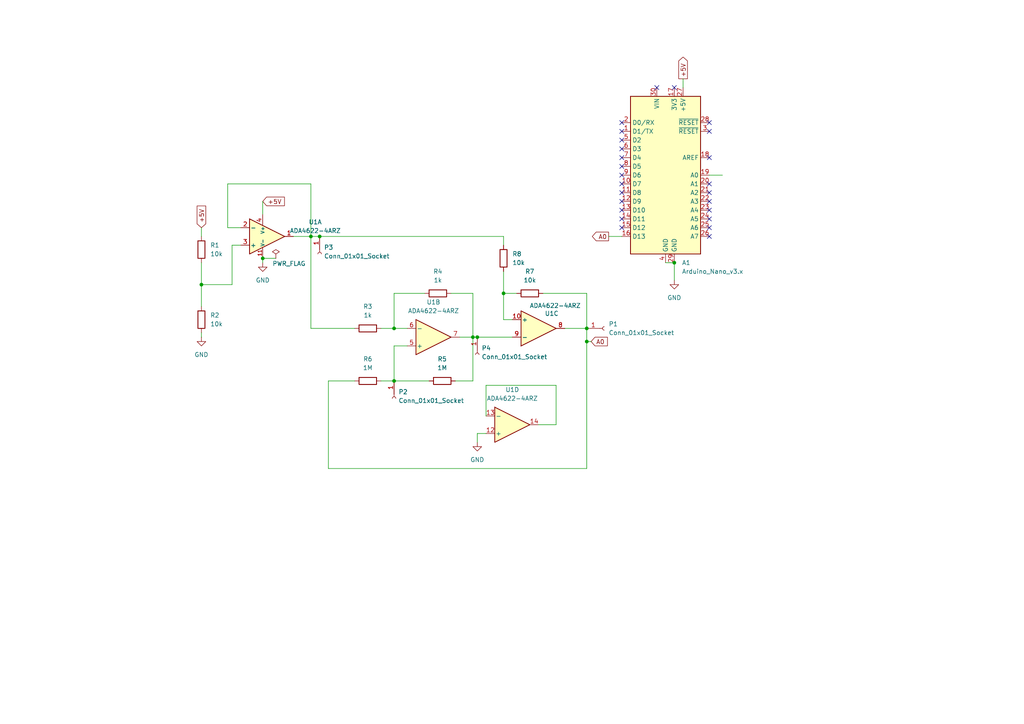
<source format=kicad_sch>
(kicad_sch
	(version 20231120)
	(generator "eeschema")
	(generator_version "8.0")
	(uuid "95090a55-ffba-4ffb-b936-295ef198e5b8")
	(paper "A4")
	(lib_symbols
		(symbol "Connector:Conn_01x01_Socket"
			(pin_names
				(offset 1.016) hide)
			(exclude_from_sim no)
			(in_bom yes)
			(on_board yes)
			(property "Reference" "J"
				(at 0 2.54 0)
				(effects
					(font
						(size 1.27 1.27)
					)
				)
			)
			(property "Value" "Conn_01x01_Socket"
				(at 0 -2.54 0)
				(effects
					(font
						(size 1.27 1.27)
					)
				)
			)
			(property "Footprint" ""
				(at 0 0 0)
				(effects
					(font
						(size 1.27 1.27)
					)
					(hide yes)
				)
			)
			(property "Datasheet" "~"
				(at 0 0 0)
				(effects
					(font
						(size 1.27 1.27)
					)
					(hide yes)
				)
			)
			(property "Description" "Generic connector, single row, 01x01, script generated"
				(at 0 0 0)
				(effects
					(font
						(size 1.27 1.27)
					)
					(hide yes)
				)
			)
			(property "ki_locked" ""
				(at 0 0 0)
				(effects
					(font
						(size 1.27 1.27)
					)
				)
			)
			(property "ki_keywords" "connector"
				(at 0 0 0)
				(effects
					(font
						(size 1.27 1.27)
					)
					(hide yes)
				)
			)
			(property "ki_fp_filters" "Connector*:*_1x??_*"
				(at 0 0 0)
				(effects
					(font
						(size 1.27 1.27)
					)
					(hide yes)
				)
			)
			(symbol "Conn_01x01_Socket_1_1"
				(polyline
					(pts
						(xy -1.27 0) (xy -0.508 0)
					)
					(stroke
						(width 0.1524)
						(type default)
					)
					(fill
						(type none)
					)
				)
				(arc
					(start 0 0.508)
					(mid -0.5058 0)
					(end 0 -0.508)
					(stroke
						(width 0.1524)
						(type default)
					)
					(fill
						(type none)
					)
				)
				(pin passive line
					(at -5.08 0 0)
					(length 3.81)
					(name "Pin_1"
						(effects
							(font
								(size 1.27 1.27)
							)
						)
					)
					(number "1"
						(effects
							(font
								(size 1.27 1.27)
							)
						)
					)
				)
			)
		)
		(symbol "Device:R"
			(pin_numbers hide)
			(pin_names
				(offset 0)
			)
			(exclude_from_sim no)
			(in_bom yes)
			(on_board yes)
			(property "Reference" "R"
				(at 2.032 0 90)
				(effects
					(font
						(size 1.27 1.27)
					)
				)
			)
			(property "Value" "R"
				(at 0 0 90)
				(effects
					(font
						(size 1.27 1.27)
					)
				)
			)
			(property "Footprint" ""
				(at -1.778 0 90)
				(effects
					(font
						(size 1.27 1.27)
					)
					(hide yes)
				)
			)
			(property "Datasheet" "~"
				(at 0 0 0)
				(effects
					(font
						(size 1.27 1.27)
					)
					(hide yes)
				)
			)
			(property "Description" "Resistor"
				(at 0 0 0)
				(effects
					(font
						(size 1.27 1.27)
					)
					(hide yes)
				)
			)
			(property "ki_keywords" "R res resistor"
				(at 0 0 0)
				(effects
					(font
						(size 1.27 1.27)
					)
					(hide yes)
				)
			)
			(property "ki_fp_filters" "R_*"
				(at 0 0 0)
				(effects
					(font
						(size 1.27 1.27)
					)
					(hide yes)
				)
			)
			(symbol "R_0_1"
				(rectangle
					(start -1.016 -2.54)
					(end 1.016 2.54)
					(stroke
						(width 0.254)
						(type default)
					)
					(fill
						(type none)
					)
				)
			)
			(symbol "R_1_1"
				(pin passive line
					(at 0 3.81 270)
					(length 1.27)
					(name "~"
						(effects
							(font
								(size 1.27 1.27)
							)
						)
					)
					(number "1"
						(effects
							(font
								(size 1.27 1.27)
							)
						)
					)
				)
				(pin passive line
					(at 0 -3.81 90)
					(length 1.27)
					(name "~"
						(effects
							(font
								(size 1.27 1.27)
							)
						)
					)
					(number "2"
						(effects
							(font
								(size 1.27 1.27)
							)
						)
					)
				)
			)
		)
		(symbol "MCU_Module:Arduino_Nano_v3.x"
			(exclude_from_sim no)
			(in_bom yes)
			(on_board yes)
			(property "Reference" "A"
				(at -10.16 23.495 0)
				(effects
					(font
						(size 1.27 1.27)
					)
					(justify left bottom)
				)
			)
			(property "Value" "Arduino_Nano_v3.x"
				(at 5.08 -24.13 0)
				(effects
					(font
						(size 1.27 1.27)
					)
					(justify left top)
				)
			)
			(property "Footprint" "Module:Arduino_Nano"
				(at 0 0 0)
				(effects
					(font
						(size 1.27 1.27)
						(italic yes)
					)
					(hide yes)
				)
			)
			(property "Datasheet" "http://www.mouser.com/pdfdocs/Gravitech_Arduino_Nano3_0.pdf"
				(at 0 0 0)
				(effects
					(font
						(size 1.27 1.27)
					)
					(hide yes)
				)
			)
			(property "Description" "Arduino Nano v3.x"
				(at 0 0 0)
				(effects
					(font
						(size 1.27 1.27)
					)
					(hide yes)
				)
			)
			(property "ki_keywords" "Arduino nano microcontroller module USB"
				(at 0 0 0)
				(effects
					(font
						(size 1.27 1.27)
					)
					(hide yes)
				)
			)
			(property "ki_fp_filters" "Arduino*Nano*"
				(at 0 0 0)
				(effects
					(font
						(size 1.27 1.27)
					)
					(hide yes)
				)
			)
			(symbol "Arduino_Nano_v3.x_0_1"
				(rectangle
					(start -10.16 22.86)
					(end 10.16 -22.86)
					(stroke
						(width 0.254)
						(type default)
					)
					(fill
						(type background)
					)
				)
			)
			(symbol "Arduino_Nano_v3.x_1_1"
				(pin bidirectional line
					(at -12.7 12.7 0)
					(length 2.54)
					(name "D1/TX"
						(effects
							(font
								(size 1.27 1.27)
							)
						)
					)
					(number "1"
						(effects
							(font
								(size 1.27 1.27)
							)
						)
					)
				)
				(pin bidirectional line
					(at -12.7 -2.54 0)
					(length 2.54)
					(name "D7"
						(effects
							(font
								(size 1.27 1.27)
							)
						)
					)
					(number "10"
						(effects
							(font
								(size 1.27 1.27)
							)
						)
					)
				)
				(pin bidirectional line
					(at -12.7 -5.08 0)
					(length 2.54)
					(name "D8"
						(effects
							(font
								(size 1.27 1.27)
							)
						)
					)
					(number "11"
						(effects
							(font
								(size 1.27 1.27)
							)
						)
					)
				)
				(pin bidirectional line
					(at -12.7 -7.62 0)
					(length 2.54)
					(name "D9"
						(effects
							(font
								(size 1.27 1.27)
							)
						)
					)
					(number "12"
						(effects
							(font
								(size 1.27 1.27)
							)
						)
					)
				)
				(pin bidirectional line
					(at -12.7 -10.16 0)
					(length 2.54)
					(name "D10"
						(effects
							(font
								(size 1.27 1.27)
							)
						)
					)
					(number "13"
						(effects
							(font
								(size 1.27 1.27)
							)
						)
					)
				)
				(pin bidirectional line
					(at -12.7 -12.7 0)
					(length 2.54)
					(name "D11"
						(effects
							(font
								(size 1.27 1.27)
							)
						)
					)
					(number "14"
						(effects
							(font
								(size 1.27 1.27)
							)
						)
					)
				)
				(pin bidirectional line
					(at -12.7 -15.24 0)
					(length 2.54)
					(name "D12"
						(effects
							(font
								(size 1.27 1.27)
							)
						)
					)
					(number "15"
						(effects
							(font
								(size 1.27 1.27)
							)
						)
					)
				)
				(pin bidirectional line
					(at -12.7 -17.78 0)
					(length 2.54)
					(name "D13"
						(effects
							(font
								(size 1.27 1.27)
							)
						)
					)
					(number "16"
						(effects
							(font
								(size 1.27 1.27)
							)
						)
					)
				)
				(pin power_out line
					(at 2.54 25.4 270)
					(length 2.54)
					(name "3V3"
						(effects
							(font
								(size 1.27 1.27)
							)
						)
					)
					(number "17"
						(effects
							(font
								(size 1.27 1.27)
							)
						)
					)
				)
				(pin input line
					(at 12.7 5.08 180)
					(length 2.54)
					(name "AREF"
						(effects
							(font
								(size 1.27 1.27)
							)
						)
					)
					(number "18"
						(effects
							(font
								(size 1.27 1.27)
							)
						)
					)
				)
				(pin bidirectional line
					(at 12.7 0 180)
					(length 2.54)
					(name "A0"
						(effects
							(font
								(size 1.27 1.27)
							)
						)
					)
					(number "19"
						(effects
							(font
								(size 1.27 1.27)
							)
						)
					)
				)
				(pin bidirectional line
					(at -12.7 15.24 0)
					(length 2.54)
					(name "D0/RX"
						(effects
							(font
								(size 1.27 1.27)
							)
						)
					)
					(number "2"
						(effects
							(font
								(size 1.27 1.27)
							)
						)
					)
				)
				(pin bidirectional line
					(at 12.7 -2.54 180)
					(length 2.54)
					(name "A1"
						(effects
							(font
								(size 1.27 1.27)
							)
						)
					)
					(number "20"
						(effects
							(font
								(size 1.27 1.27)
							)
						)
					)
				)
				(pin bidirectional line
					(at 12.7 -5.08 180)
					(length 2.54)
					(name "A2"
						(effects
							(font
								(size 1.27 1.27)
							)
						)
					)
					(number "21"
						(effects
							(font
								(size 1.27 1.27)
							)
						)
					)
				)
				(pin bidirectional line
					(at 12.7 -7.62 180)
					(length 2.54)
					(name "A3"
						(effects
							(font
								(size 1.27 1.27)
							)
						)
					)
					(number "22"
						(effects
							(font
								(size 1.27 1.27)
							)
						)
					)
				)
				(pin bidirectional line
					(at 12.7 -10.16 180)
					(length 2.54)
					(name "A4"
						(effects
							(font
								(size 1.27 1.27)
							)
						)
					)
					(number "23"
						(effects
							(font
								(size 1.27 1.27)
							)
						)
					)
				)
				(pin bidirectional line
					(at 12.7 -12.7 180)
					(length 2.54)
					(name "A5"
						(effects
							(font
								(size 1.27 1.27)
							)
						)
					)
					(number "24"
						(effects
							(font
								(size 1.27 1.27)
							)
						)
					)
				)
				(pin bidirectional line
					(at 12.7 -15.24 180)
					(length 2.54)
					(name "A6"
						(effects
							(font
								(size 1.27 1.27)
							)
						)
					)
					(number "25"
						(effects
							(font
								(size 1.27 1.27)
							)
						)
					)
				)
				(pin bidirectional line
					(at 12.7 -17.78 180)
					(length 2.54)
					(name "A7"
						(effects
							(font
								(size 1.27 1.27)
							)
						)
					)
					(number "26"
						(effects
							(font
								(size 1.27 1.27)
							)
						)
					)
				)
				(pin power_out line
					(at 5.08 25.4 270)
					(length 2.54)
					(name "+5V"
						(effects
							(font
								(size 1.27 1.27)
							)
						)
					)
					(number "27"
						(effects
							(font
								(size 1.27 1.27)
							)
						)
					)
				)
				(pin input line
					(at 12.7 15.24 180)
					(length 2.54)
					(name "~{RESET}"
						(effects
							(font
								(size 1.27 1.27)
							)
						)
					)
					(number "28"
						(effects
							(font
								(size 1.27 1.27)
							)
						)
					)
				)
				(pin power_in line
					(at 2.54 -25.4 90)
					(length 2.54)
					(name "GND"
						(effects
							(font
								(size 1.27 1.27)
							)
						)
					)
					(number "29"
						(effects
							(font
								(size 1.27 1.27)
							)
						)
					)
				)
				(pin input line
					(at 12.7 12.7 180)
					(length 2.54)
					(name "~{RESET}"
						(effects
							(font
								(size 1.27 1.27)
							)
						)
					)
					(number "3"
						(effects
							(font
								(size 1.27 1.27)
							)
						)
					)
				)
				(pin power_in line
					(at -2.54 25.4 270)
					(length 2.54)
					(name "VIN"
						(effects
							(font
								(size 1.27 1.27)
							)
						)
					)
					(number "30"
						(effects
							(font
								(size 1.27 1.27)
							)
						)
					)
				)
				(pin power_in line
					(at 0 -25.4 90)
					(length 2.54)
					(name "GND"
						(effects
							(font
								(size 1.27 1.27)
							)
						)
					)
					(number "4"
						(effects
							(font
								(size 1.27 1.27)
							)
						)
					)
				)
				(pin bidirectional line
					(at -12.7 10.16 0)
					(length 2.54)
					(name "D2"
						(effects
							(font
								(size 1.27 1.27)
							)
						)
					)
					(number "5"
						(effects
							(font
								(size 1.27 1.27)
							)
						)
					)
				)
				(pin bidirectional line
					(at -12.7 7.62 0)
					(length 2.54)
					(name "D3"
						(effects
							(font
								(size 1.27 1.27)
							)
						)
					)
					(number "6"
						(effects
							(font
								(size 1.27 1.27)
							)
						)
					)
				)
				(pin bidirectional line
					(at -12.7 5.08 0)
					(length 2.54)
					(name "D4"
						(effects
							(font
								(size 1.27 1.27)
							)
						)
					)
					(number "7"
						(effects
							(font
								(size 1.27 1.27)
							)
						)
					)
				)
				(pin bidirectional line
					(at -12.7 2.54 0)
					(length 2.54)
					(name "D5"
						(effects
							(font
								(size 1.27 1.27)
							)
						)
					)
					(number "8"
						(effects
							(font
								(size 1.27 1.27)
							)
						)
					)
				)
				(pin bidirectional line
					(at -12.7 0 0)
					(length 2.54)
					(name "D6"
						(effects
							(font
								(size 1.27 1.27)
							)
						)
					)
					(number "9"
						(effects
							(font
								(size 1.27 1.27)
							)
						)
					)
				)
			)
		)
		(symbol "PCM_Amplifier_Operational_AKL:ADA4622-4ARZ"
			(pin_names
				(offset 0.2)
			)
			(exclude_from_sim no)
			(in_bom yes)
			(on_board yes)
			(property "Reference" "U"
				(at 1.27 7.62 0)
				(effects
					(font
						(size 1.27 1.27)
					)
					(justify left)
				)
			)
			(property "Value" "ADA4622-4ARZ"
				(at 1.27 5.08 0)
				(effects
					(font
						(size 1.27 1.27)
					)
					(justify left)
				)
			)
			(property "Footprint" "Package_SO_AKL:SOIC-14_3.9x8.7mm_P1.27mm"
				(at 0 0 0)
				(effects
					(font
						(size 1.27 1.27)
					)
					(hide yes)
				)
			)
			(property "Datasheet" "https://www.tme.eu/Document/d36d8d41df5dfd041dfe750941d70940/ADA4622-1-2-4.pdf"
				(at 0 0 0)
				(effects
					(font
						(size 1.27 1.27)
					)
					(hide yes)
				)
			)
			(property "Description" "SO-14 Quad Precision Rail-to-Rail Operational Amplifier, 800μV Offset, 15μV/°C Drift, 8MHz GBW, Alternate KiCAD Library"
				(at 0 0 0)
				(effects
					(font
						(size 1.27 1.27)
					)
					(hide yes)
				)
			)
			(property "ki_locked" ""
				(at 0 0 0)
				(effects
					(font
						(size 1.27 1.27)
					)
				)
			)
			(property "ki_keywords" "quad opamp operational amplifier auto zero chopper rail-to-rail ADA4622-4"
				(at 0 0 0)
				(effects
					(font
						(size 1.27 1.27)
					)
					(hide yes)
				)
			)
			(symbol "ADA4622-4ARZ_0_1"
				(polyline
					(pts
						(xy -3.81 5.08) (xy -3.81 -5.08) (xy 6.35 0) (xy -3.81 5.08)
					)
					(stroke
						(width 0.254)
						(type default)
					)
					(fill
						(type background)
					)
				)
			)
			(symbol "ADA4622-4ARZ_1_1"
				(pin output line
					(at 8.89 0 180)
					(length 2.54)
					(name "~"
						(effects
							(font
								(size 1.27 1.27)
							)
						)
					)
					(number "1"
						(effects
							(font
								(size 1.27 1.27)
							)
						)
					)
				)
				(pin power_in line
					(at 0 -6.35 90)
					(length 3.18)
					(name "V-"
						(effects
							(font
								(size 1 1)
							)
						)
					)
					(number "11"
						(effects
							(font
								(size 1 1)
							)
						)
					)
				)
				(pin input line
					(at -6.35 2.54 0)
					(length 2.54)
					(name "-"
						(effects
							(font
								(size 1.27 1.27)
							)
						)
					)
					(number "2"
						(effects
							(font
								(size 1.27 1.27)
							)
						)
					)
				)
				(pin input line
					(at -6.35 -2.54 0)
					(length 2.54)
					(name "+"
						(effects
							(font
								(size 1.27 1.27)
							)
						)
					)
					(number "3"
						(effects
							(font
								(size 1.27 1.27)
							)
						)
					)
				)
				(pin power_in line
					(at 0 6.35 270)
					(length 3.18)
					(name "V+"
						(effects
							(font
								(size 1 1)
							)
						)
					)
					(number "4"
						(effects
							(font
								(size 1.27 1.27)
							)
						)
					)
				)
			)
			(symbol "ADA4622-4ARZ_2_1"
				(pin input line
					(at -6.35 -2.54 0)
					(length 2.54)
					(name "+"
						(effects
							(font
								(size 1.27 1.27)
							)
						)
					)
					(number "5"
						(effects
							(font
								(size 1.27 1.27)
							)
						)
					)
				)
				(pin input line
					(at -6.35 2.54 0)
					(length 2.54)
					(name "-"
						(effects
							(font
								(size 1.27 1.27)
							)
						)
					)
					(number "6"
						(effects
							(font
								(size 1.27 1.27)
							)
						)
					)
				)
				(pin output line
					(at 8.89 0 180)
					(length 2.54)
					(name "~"
						(effects
							(font
								(size 1.27 1.27)
							)
						)
					)
					(number "7"
						(effects
							(font
								(size 1.27 1.27)
							)
						)
					)
				)
			)
			(symbol "ADA4622-4ARZ_3_1"
				(pin input line
					(at -6.35 -2.54 0)
					(length 2.54)
					(name "+"
						(effects
							(font
								(size 1.27 1.27)
							)
						)
					)
					(number "10"
						(effects
							(font
								(size 1.27 1.27)
							)
						)
					)
				)
				(pin output line
					(at 8.89 0 180)
					(length 2.54)
					(name "~"
						(effects
							(font
								(size 1.27 1.27)
							)
						)
					)
					(number "8"
						(effects
							(font
								(size 1.27 1.27)
							)
						)
					)
				)
				(pin input line
					(at -6.35 2.54 0)
					(length 2.54)
					(name "-"
						(effects
							(font
								(size 1.27 1.27)
							)
						)
					)
					(number "9"
						(effects
							(font
								(size 1.27 1.27)
							)
						)
					)
				)
			)
			(symbol "ADA4622-4ARZ_4_1"
				(pin input line
					(at -6.35 -2.54 0)
					(length 2.54)
					(name "+"
						(effects
							(font
								(size 1.27 1.27)
							)
						)
					)
					(number "12"
						(effects
							(font
								(size 1.27 1.27)
							)
						)
					)
				)
				(pin input line
					(at -6.35 2.54 0)
					(length 2.54)
					(name "-"
						(effects
							(font
								(size 1.27 1.27)
							)
						)
					)
					(number "13"
						(effects
							(font
								(size 1.27 1.27)
							)
						)
					)
				)
				(pin output line
					(at 8.89 0 180)
					(length 2.54)
					(name "~"
						(effects
							(font
								(size 1.27 1.27)
							)
						)
					)
					(number "14"
						(effects
							(font
								(size 1.27 1.27)
							)
						)
					)
				)
			)
		)
		(symbol "power:GND"
			(power)
			(pin_numbers hide)
			(pin_names
				(offset 0) hide)
			(exclude_from_sim no)
			(in_bom yes)
			(on_board yes)
			(property "Reference" "#PWR"
				(at 0 -6.35 0)
				(effects
					(font
						(size 1.27 1.27)
					)
					(hide yes)
				)
			)
			(property "Value" "GND"
				(at 0 -3.81 0)
				(effects
					(font
						(size 1.27 1.27)
					)
				)
			)
			(property "Footprint" ""
				(at 0 0 0)
				(effects
					(font
						(size 1.27 1.27)
					)
					(hide yes)
				)
			)
			(property "Datasheet" ""
				(at 0 0 0)
				(effects
					(font
						(size 1.27 1.27)
					)
					(hide yes)
				)
			)
			(property "Description" "Power symbol creates a global label with name \"GND\" , ground"
				(at 0 0 0)
				(effects
					(font
						(size 1.27 1.27)
					)
					(hide yes)
				)
			)
			(property "ki_keywords" "global power"
				(at 0 0 0)
				(effects
					(font
						(size 1.27 1.27)
					)
					(hide yes)
				)
			)
			(symbol "GND_0_1"
				(polyline
					(pts
						(xy 0 0) (xy 0 -1.27) (xy 1.27 -1.27) (xy 0 -2.54) (xy -1.27 -1.27) (xy 0 -1.27)
					)
					(stroke
						(width 0)
						(type default)
					)
					(fill
						(type none)
					)
				)
			)
			(symbol "GND_1_1"
				(pin power_in line
					(at 0 0 270)
					(length 0)
					(name "~"
						(effects
							(font
								(size 1.27 1.27)
							)
						)
					)
					(number "1"
						(effects
							(font
								(size 1.27 1.27)
							)
						)
					)
				)
			)
		)
		(symbol "power:PWR_FLAG"
			(power)
			(pin_numbers hide)
			(pin_names
				(offset 0) hide)
			(exclude_from_sim no)
			(in_bom yes)
			(on_board yes)
			(property "Reference" "#FLG"
				(at 0 1.905 0)
				(effects
					(font
						(size 1.27 1.27)
					)
					(hide yes)
				)
			)
			(property "Value" "PWR_FLAG"
				(at 0 3.81 0)
				(effects
					(font
						(size 1.27 1.27)
					)
				)
			)
			(property "Footprint" ""
				(at 0 0 0)
				(effects
					(font
						(size 1.27 1.27)
					)
					(hide yes)
				)
			)
			(property "Datasheet" "~"
				(at 0 0 0)
				(effects
					(font
						(size 1.27 1.27)
					)
					(hide yes)
				)
			)
			(property "Description" "Special symbol for telling ERC where power comes from"
				(at 0 0 0)
				(effects
					(font
						(size 1.27 1.27)
					)
					(hide yes)
				)
			)
			(property "ki_keywords" "flag power"
				(at 0 0 0)
				(effects
					(font
						(size 1.27 1.27)
					)
					(hide yes)
				)
			)
			(symbol "PWR_FLAG_0_0"
				(pin power_out line
					(at 0 0 90)
					(length 0)
					(name "~"
						(effects
							(font
								(size 1.27 1.27)
							)
						)
					)
					(number "1"
						(effects
							(font
								(size 1.27 1.27)
							)
						)
					)
				)
			)
			(symbol "PWR_FLAG_0_1"
				(polyline
					(pts
						(xy 0 0) (xy 0 1.27) (xy -1.016 1.905) (xy 0 2.54) (xy 1.016 1.905) (xy 0 1.27)
					)
					(stroke
						(width 0)
						(type default)
					)
					(fill
						(type none)
					)
				)
			)
		)
	)
	(junction
		(at 138.43 97.79)
		(diameter 0)
		(color 0 0 0 0)
		(uuid "07b25d9d-e096-4acd-a1c5-7232bf0a8d7b")
	)
	(junction
		(at 114.3 110.49)
		(diameter 0)
		(color 0 0 0 0)
		(uuid "1b05a80b-d125-40d3-b1a8-c300c12ed0c1")
	)
	(junction
		(at 58.42 82.55)
		(diameter 0)
		(color 0 0 0 0)
		(uuid "1caa94c7-eafd-4e18-a21a-6b5a5504eed4")
	)
	(junction
		(at 195.58 76.2)
		(diameter 0)
		(color 0 0 0 0)
		(uuid "36f370bf-d8cc-4125-9973-95d79f7a2f95")
	)
	(junction
		(at 76.2 74.93)
		(diameter 0)
		(color 0 0 0 0)
		(uuid "5ccc37a1-3ad3-4425-9122-d08d68aee703")
	)
	(junction
		(at 137.16 97.79)
		(diameter 0)
		(color 0 0 0 0)
		(uuid "61654549-cb86-42c5-8bfb-e424599c1530")
	)
	(junction
		(at 170.18 99.06)
		(diameter 0)
		(color 0 0 0 0)
		(uuid "7453071b-ad8a-43f9-9739-bceb473f014a")
	)
	(junction
		(at 92.71 68.58)
		(diameter 0)
		(color 0 0 0 0)
		(uuid "762bd9bf-d0db-4f43-a3ae-193713841621")
	)
	(junction
		(at 114.3 95.25)
		(diameter 0)
		(color 0 0 0 0)
		(uuid "77a0064b-720d-4e53-bed7-b82acd9b3513")
	)
	(junction
		(at 170.18 95.25)
		(diameter 0)
		(color 0 0 0 0)
		(uuid "a11a6750-f506-44e7-bf23-bd8d7d392ff3")
	)
	(junction
		(at 90.17 68.58)
		(diameter 0)
		(color 0 0 0 0)
		(uuid "e1634528-0954-4ad9-96ae-953aee29080b")
	)
	(junction
		(at 146.05 85.09)
		(diameter 0)
		(color 0 0 0 0)
		(uuid "e6db5349-f43a-4bd3-aa78-e83996d81d11")
	)
	(no_connect
		(at 180.34 38.1)
		(uuid "130fcac6-4d21-4f73-af97-95652febfab1")
	)
	(no_connect
		(at 205.74 55.88)
		(uuid "1336b176-e3ca-4579-90d6-a27bb0bae517")
	)
	(no_connect
		(at 205.74 66.04)
		(uuid "18f7836d-d49e-4981-bec5-78f99dc4e955")
	)
	(no_connect
		(at 195.58 25.4)
		(uuid "1d69430f-4733-4f8e-b0f5-c7fdb8e50ba8")
	)
	(no_connect
		(at 180.34 55.88)
		(uuid "2440b998-0b68-46e2-8340-847151b09371")
	)
	(no_connect
		(at 180.34 48.26)
		(uuid "262b8c67-9fd7-4233-92ad-d682fd8c345d")
	)
	(no_connect
		(at 180.34 35.56)
		(uuid "26786f8f-d32e-4c5f-b9b2-ac05786b25be")
	)
	(no_connect
		(at 205.74 58.42)
		(uuid "3d54611f-7e0a-4e23-8ede-254a113f93e6")
	)
	(no_connect
		(at 180.34 66.04)
		(uuid "513020d8-cca0-4f77-9e45-1f5720b08138")
	)
	(no_connect
		(at 180.34 40.64)
		(uuid "59763e57-0971-4432-9766-a11fbdc2e4bf")
	)
	(no_connect
		(at 205.74 38.1)
		(uuid "5fd1dec1-7401-4c07-9e7d-3dcef65aea8f")
	)
	(no_connect
		(at 205.74 53.34)
		(uuid "6407666e-6f71-45d8-a5f1-9b8790beefe1")
	)
	(no_connect
		(at 180.34 43.18)
		(uuid "6457b3b1-0806-4a0e-b6b8-7cf9ad1069a2")
	)
	(no_connect
		(at 205.74 63.5)
		(uuid "80c659fa-bbdf-4b25-9ea9-def842193952")
	)
	(no_connect
		(at 180.34 53.34)
		(uuid "92e886cd-3d3f-4ec6-aec7-d7611b59600d")
	)
	(no_connect
		(at 205.74 45.72)
		(uuid "966c1dc0-1505-4722-803e-f225c56c7d72")
	)
	(no_connect
		(at 180.34 50.8)
		(uuid "98664bd1-c3ce-4aa6-a3c5-d27a575c8547")
	)
	(no_connect
		(at 180.34 58.42)
		(uuid "a366f623-54b0-49d3-908f-314c47fb17dc")
	)
	(no_connect
		(at 205.74 68.58)
		(uuid "a4aa3f2a-ed23-44c2-adf8-67dc53b3481c")
	)
	(no_connect
		(at 180.34 63.5)
		(uuid "b7767722-de3a-4679-9440-37527418a81b")
	)
	(no_connect
		(at 180.34 60.96)
		(uuid "c5dd459a-e281-487c-8e1d-21e89511b1e6")
	)
	(no_connect
		(at 180.34 45.72)
		(uuid "cde8ff97-077b-4c4e-a0c9-5f79540ea63f")
	)
	(no_connect
		(at 205.74 35.56)
		(uuid "d5b019de-9e0d-47d4-8eb2-5ecfa045fa61")
	)
	(no_connect
		(at 205.74 60.96)
		(uuid "e4017f51-11b9-4bdb-8bff-0e5892416284")
	)
	(no_connect
		(at 190.5 25.4)
		(uuid "e700c61e-dd5f-4207-b122-09dc997818b6")
	)
	(wire
		(pts
			(xy 92.71 68.58) (xy 90.17 68.58)
		)
		(stroke
			(width 0)
			(type default)
		)
		(uuid "037bde6f-f4a0-4e54-b675-62d9d242d86c")
	)
	(wire
		(pts
			(xy 58.42 97.79) (xy 58.42 96.52)
		)
		(stroke
			(width 0)
			(type default)
		)
		(uuid "088bc545-b637-4a30-8291-bbcd7bae83a4")
	)
	(wire
		(pts
			(xy 138.43 125.73) (xy 140.97 125.73)
		)
		(stroke
			(width 0)
			(type default)
		)
		(uuid "09827c87-ab57-4150-bb71-dc51ab4aa23c")
	)
	(wire
		(pts
			(xy 58.42 82.55) (xy 58.42 88.9)
		)
		(stroke
			(width 0)
			(type default)
		)
		(uuid "11235555-cca9-426b-8014-ba98acc1d7bf")
	)
	(wire
		(pts
			(xy 161.29 123.19) (xy 161.29 111.76)
		)
		(stroke
			(width 0)
			(type default)
		)
		(uuid "1203ab09-dfa3-4287-bcf3-4457d2da9740")
	)
	(wire
		(pts
			(xy 95.25 110.49) (xy 95.25 135.89)
		)
		(stroke
			(width 0)
			(type default)
		)
		(uuid "12363e45-c9de-4b4c-a996-46409a7a0075")
	)
	(wire
		(pts
			(xy 114.3 85.09) (xy 123.19 85.09)
		)
		(stroke
			(width 0)
			(type default)
		)
		(uuid "1297191e-6ff3-4b08-8e3c-e27da96d499e")
	)
	(wire
		(pts
			(xy 146.05 85.09) (xy 149.86 85.09)
		)
		(stroke
			(width 0)
			(type default)
		)
		(uuid "1b49258f-ecca-4051-8e75-af472b3389d5")
	)
	(wire
		(pts
			(xy 140.97 111.76) (xy 140.97 120.65)
		)
		(stroke
			(width 0)
			(type default)
		)
		(uuid "1ca92801-c33a-4c56-9714-90161071c0b3")
	)
	(wire
		(pts
			(xy 148.59 92.71) (xy 146.05 92.71)
		)
		(stroke
			(width 0)
			(type default)
		)
		(uuid "1df8679c-e957-4ec8-b7f5-9a43d2f52ab6")
	)
	(wire
		(pts
			(xy 146.05 78.74) (xy 146.05 85.09)
		)
		(stroke
			(width 0)
			(type default)
		)
		(uuid "22c52269-7b55-4856-8d50-8d172767f9ad")
	)
	(wire
		(pts
			(xy 58.42 66.04) (xy 58.42 68.58)
		)
		(stroke
			(width 0)
			(type default)
		)
		(uuid "25c6428d-bf42-4a5e-b533-ba2abd91f164")
	)
	(wire
		(pts
			(xy 110.49 95.25) (xy 114.3 95.25)
		)
		(stroke
			(width 0)
			(type default)
		)
		(uuid "2782a88e-ddb3-473f-95a8-9065d2f833dc")
	)
	(wire
		(pts
			(xy 198.12 22.86) (xy 198.12 25.4)
		)
		(stroke
			(width 0)
			(type default)
		)
		(uuid "2a3ed8c4-16f4-4616-ac18-e478f7e7cdfe")
	)
	(wire
		(pts
			(xy 90.17 68.58) (xy 90.17 53.34)
		)
		(stroke
			(width 0)
			(type default)
		)
		(uuid "2e6d233a-2a04-44a0-b73d-dbf5dbd2fb0f")
	)
	(wire
		(pts
			(xy 76.2 58.42) (xy 76.2 62.23)
		)
		(stroke
			(width 0)
			(type default)
		)
		(uuid "2e95e788-63a0-47c7-baf8-a8fbe35217b0")
	)
	(wire
		(pts
			(xy 161.29 111.76) (xy 140.97 111.76)
		)
		(stroke
			(width 0)
			(type default)
		)
		(uuid "31f00eea-6443-495f-aad8-6cbab0574811")
	)
	(wire
		(pts
			(xy 133.35 97.79) (xy 137.16 97.79)
		)
		(stroke
			(width 0)
			(type default)
		)
		(uuid "3ee1db53-c3dc-471e-bf0f-91c80ab9ac52")
	)
	(wire
		(pts
			(xy 95.25 135.89) (xy 170.18 135.89)
		)
		(stroke
			(width 0)
			(type default)
		)
		(uuid "40192bd4-61ff-4e5d-925d-00ffc212bebc")
	)
	(wire
		(pts
			(xy 138.43 128.27) (xy 138.43 125.73)
		)
		(stroke
			(width 0)
			(type default)
		)
		(uuid "44291079-1c2e-4f8a-9836-ad0754bec44a")
	)
	(wire
		(pts
			(xy 132.08 110.49) (xy 137.16 110.49)
		)
		(stroke
			(width 0)
			(type default)
		)
		(uuid "5406ba01-9995-40fb-a1b7-51935ccc62b8")
	)
	(wire
		(pts
			(xy 102.87 95.25) (xy 90.17 95.25)
		)
		(stroke
			(width 0)
			(type default)
		)
		(uuid "5d253f01-808c-4f2c-b175-5eff556ddac5")
	)
	(wire
		(pts
			(xy 66.04 53.34) (xy 66.04 66.04)
		)
		(stroke
			(width 0)
			(type default)
		)
		(uuid "60693eaf-696b-438a-9760-f4d5f1e2f198")
	)
	(wire
		(pts
			(xy 76.2 74.93) (xy 80.01 74.93)
		)
		(stroke
			(width 0)
			(type default)
		)
		(uuid "6078af79-ec95-43ec-855e-25634a0d8515")
	)
	(wire
		(pts
			(xy 137.16 97.79) (xy 138.43 97.79)
		)
		(stroke
			(width 0)
			(type default)
		)
		(uuid "6d385396-350f-4e30-86ed-9d3d561f3935")
	)
	(wire
		(pts
			(xy 170.18 95.25) (xy 170.18 85.09)
		)
		(stroke
			(width 0)
			(type default)
		)
		(uuid "7221a0cb-f897-4bb4-9b17-bec0f01deadd")
	)
	(wire
		(pts
			(xy 76.2 76.2) (xy 76.2 74.93)
		)
		(stroke
			(width 0)
			(type default)
		)
		(uuid "78a20386-6150-4013-8aa8-b886c38cc9e4")
	)
	(wire
		(pts
			(xy 195.58 81.28) (xy 195.58 76.2)
		)
		(stroke
			(width 0)
			(type default)
		)
		(uuid "7efd57fb-42fa-4ac6-bdfe-f7a99cb992b6")
	)
	(wire
		(pts
			(xy 66.04 66.04) (xy 69.85 66.04)
		)
		(stroke
			(width 0)
			(type default)
		)
		(uuid "834882c2-3c61-4a94-adf9-c901a24becd0")
	)
	(wire
		(pts
			(xy 146.05 71.12) (xy 146.05 68.58)
		)
		(stroke
			(width 0)
			(type default)
		)
		(uuid "84d49cea-3200-44f2-8f80-44d8c8addd73")
	)
	(wire
		(pts
			(xy 69.85 71.12) (xy 67.31 71.12)
		)
		(stroke
			(width 0)
			(type default)
		)
		(uuid "87f31940-d13b-44fc-8273-2168a7f6c4a9")
	)
	(wire
		(pts
			(xy 124.46 110.49) (xy 114.3 110.49)
		)
		(stroke
			(width 0)
			(type default)
		)
		(uuid "8cfe1f1f-1de6-4b92-ba78-689c2f2fa4e6")
	)
	(wire
		(pts
			(xy 137.16 85.09) (xy 137.16 97.79)
		)
		(stroke
			(width 0)
			(type default)
		)
		(uuid "92c9f75f-ce16-41e3-99e2-e8d900af3428")
	)
	(wire
		(pts
			(xy 171.45 99.06) (xy 170.18 99.06)
		)
		(stroke
			(width 0)
			(type default)
		)
		(uuid "93b4f88f-480c-40e0-a11a-1ec7510f205a")
	)
	(wire
		(pts
			(xy 90.17 95.25) (xy 90.17 68.58)
		)
		(stroke
			(width 0)
			(type default)
		)
		(uuid "97faa3a0-e2e3-49ef-a923-f415207be4d0")
	)
	(wire
		(pts
			(xy 170.18 135.89) (xy 170.18 99.06)
		)
		(stroke
			(width 0)
			(type default)
		)
		(uuid "9fe27c0c-bcfa-4abb-86e4-9efc24cb0a42")
	)
	(wire
		(pts
			(xy 114.3 95.25) (xy 114.3 85.09)
		)
		(stroke
			(width 0)
			(type default)
		)
		(uuid "a9387913-2e60-4e22-84c5-aa882e62ddff")
	)
	(wire
		(pts
			(xy 170.18 85.09) (xy 157.48 85.09)
		)
		(stroke
			(width 0)
			(type default)
		)
		(uuid "a9562e16-7dc4-4710-810f-5bdc634e9cad")
	)
	(wire
		(pts
			(xy 102.87 110.49) (xy 95.25 110.49)
		)
		(stroke
			(width 0)
			(type default)
		)
		(uuid "ac531841-89a8-47ed-a181-eff9abb648ba")
	)
	(wire
		(pts
			(xy 137.16 110.49) (xy 137.16 97.79)
		)
		(stroke
			(width 0)
			(type default)
		)
		(uuid "b3162850-bdf8-45e8-809d-323db8267b35")
	)
	(wire
		(pts
			(xy 58.42 82.55) (xy 67.31 82.55)
		)
		(stroke
			(width 0)
			(type default)
		)
		(uuid "b41d1f2d-5453-46a0-8c75-fb4e7d2caa10")
	)
	(wire
		(pts
			(xy 90.17 53.34) (xy 66.04 53.34)
		)
		(stroke
			(width 0)
			(type default)
		)
		(uuid "b4fd98a6-5701-4543-84eb-7c772c9a75a4")
	)
	(wire
		(pts
			(xy 193.04 76.2) (xy 195.58 76.2)
		)
		(stroke
			(width 0)
			(type default)
		)
		(uuid "b644a07b-3e8c-4861-9810-c31a5ba5dae8")
	)
	(wire
		(pts
			(xy 114.3 110.49) (xy 114.3 100.33)
		)
		(stroke
			(width 0)
			(type default)
		)
		(uuid "ba5ec50a-677a-4788-ba6c-c42a140298ef")
	)
	(wire
		(pts
			(xy 209.55 50.8) (xy 205.74 50.8)
		)
		(stroke
			(width 0)
			(type default)
		)
		(uuid "bfaa0683-e458-45a4-9973-cb0542d1ff8a")
	)
	(wire
		(pts
			(xy 130.81 85.09) (xy 137.16 85.09)
		)
		(stroke
			(width 0)
			(type default)
		)
		(uuid "c45c09ef-9367-4c7d-828b-19021685bc7b")
	)
	(wire
		(pts
			(xy 176.53 68.58) (xy 180.34 68.58)
		)
		(stroke
			(width 0)
			(type default)
		)
		(uuid "c56d5f1e-e889-41fb-b732-881bcc375a43")
	)
	(wire
		(pts
			(xy 118.11 95.25) (xy 114.3 95.25)
		)
		(stroke
			(width 0)
			(type default)
		)
		(uuid "d52104b7-9407-4add-acbc-1987eb3215af")
	)
	(wire
		(pts
			(xy 114.3 100.33) (xy 118.11 100.33)
		)
		(stroke
			(width 0)
			(type default)
		)
		(uuid "d661be35-6cc6-4efe-b286-bc976af14644")
	)
	(wire
		(pts
			(xy 156.21 123.19) (xy 161.29 123.19)
		)
		(stroke
			(width 0)
			(type default)
		)
		(uuid "d7a1a23c-96ae-49e3-aa59-340593a7bec1")
	)
	(wire
		(pts
			(xy 110.49 110.49) (xy 114.3 110.49)
		)
		(stroke
			(width 0)
			(type default)
		)
		(uuid "df2598a8-4d7b-4789-be1e-891ef4999a7e")
	)
	(wire
		(pts
			(xy 138.43 97.79) (xy 148.59 97.79)
		)
		(stroke
			(width 0)
			(type default)
		)
		(uuid "dff958fc-6b45-4ee9-95c2-43dafce09078")
	)
	(wire
		(pts
			(xy 146.05 92.71) (xy 146.05 85.09)
		)
		(stroke
			(width 0)
			(type default)
		)
		(uuid "e315c24a-db41-43bf-9cfc-048cfe2042b5")
	)
	(wire
		(pts
			(xy 67.31 71.12) (xy 67.31 82.55)
		)
		(stroke
			(width 0)
			(type default)
		)
		(uuid "e8fa9771-fa45-48f5-a061-cf39b1e965a6")
	)
	(wire
		(pts
			(xy 58.42 76.2) (xy 58.42 82.55)
		)
		(stroke
			(width 0)
			(type default)
		)
		(uuid "e9990762-5ad6-4ef4-af47-5e251065277f")
	)
	(wire
		(pts
			(xy 170.18 99.06) (xy 170.18 95.25)
		)
		(stroke
			(width 0)
			(type default)
		)
		(uuid "f01dfa7b-98e2-428b-802a-dd7c65aa30ca")
	)
	(wire
		(pts
			(xy 163.83 95.25) (xy 170.18 95.25)
		)
		(stroke
			(width 0)
			(type default)
		)
		(uuid "f7c0ea24-7a0b-4f0f-8384-3c54241bf53b")
	)
	(wire
		(pts
			(xy 85.09 68.58) (xy 90.17 68.58)
		)
		(stroke
			(width 0)
			(type default)
		)
		(uuid "fafe7fe1-20ed-4dc6-ad02-25f0298b0acb")
	)
	(wire
		(pts
			(xy 146.05 68.58) (xy 92.71 68.58)
		)
		(stroke
			(width 0)
			(type default)
		)
		(uuid "ffe9f209-408d-4859-bcec-e60e53199cc7")
	)
	(global_label "A0"
		(shape input)
		(at 171.45 99.06 0)
		(fields_autoplaced yes)
		(effects
			(font
				(size 1.27 1.27)
			)
			(justify left)
		)
		(uuid "3c8bd1a1-4558-4bff-bf75-12ba5a02606d")
		(property "Intersheetrefs" "${INTERSHEET_REFS}"
			(at 176.7333 99.06 0)
			(effects
				(font
					(size 1.27 1.27)
				)
				(justify left)
				(hide yes)
			)
		)
	)
	(global_label "+5V"
		(shape input)
		(at 76.2 58.42 0)
		(fields_autoplaced yes)
		(effects
			(font
				(size 1.27 1.27)
			)
			(justify left)
		)
		(uuid "3d27cf35-57d0-45f3-9879-22dcb9b2b1cc")
		(property "Intersheetrefs" "${INTERSHEET_REFS}"
			(at 83.0557 58.42 0)
			(effects
				(font
					(size 1.27 1.27)
				)
				(justify left)
				(hide yes)
			)
		)
	)
	(global_label "+5V"
		(shape input)
		(at 58.42 66.04 90)
		(fields_autoplaced yes)
		(effects
			(font
				(size 1.27 1.27)
			)
			(justify left)
		)
		(uuid "4b9b239b-3c10-4c42-95ed-b5d8c4991e2d")
		(property "Intersheetrefs" "${INTERSHEET_REFS}"
			(at 58.42 59.1843 90)
			(effects
				(font
					(size 1.27 1.27)
				)
				(justify left)
				(hide yes)
			)
		)
	)
	(global_label "A0"
		(shape output)
		(at 176.53 68.58 180)
		(fields_autoplaced yes)
		(effects
			(font
				(size 1.27 1.27)
			)
			(justify right)
		)
		(uuid "857f368b-6bfd-4f0b-b5cc-22b9b2389a3c")
		(property "Intersheetrefs" "${INTERSHEET_REFS}"
			(at 171.2467 68.58 0)
			(effects
				(font
					(size 1.27 1.27)
				)
				(justify right)
				(hide yes)
			)
		)
	)
	(global_label "+5V"
		(shape output)
		(at 198.12 22.86 90)
		(fields_autoplaced yes)
		(effects
			(font
				(size 1.27 1.27)
			)
			(justify left)
		)
		(uuid "992a5078-cf6a-43d0-8544-0de5d8f85f88")
		(property "Intersheetrefs" "${INTERSHEET_REFS}"
			(at 198.12 16.0043 90)
			(effects
				(font
					(size 1.27 1.27)
				)
				(justify left)
				(hide yes)
			)
		)
	)
	(symbol
		(lib_id "PCM_Amplifier_Operational_AKL:ADA4622-4ARZ")
		(at 147.32 123.19 0)
		(unit 4)
		(exclude_from_sim no)
		(in_bom yes)
		(on_board yes)
		(dnp no)
		(fields_autoplaced yes)
		(uuid "0ae3cc4b-499c-44a8-aa33-6c9c87480e3d")
		(property "Reference" "U1"
			(at 148.59 113.03 0)
			(effects
				(font
					(size 1.27 1.27)
				)
			)
		)
		(property "Value" "ADA4622-4ARZ"
			(at 148.59 115.57 0)
			(effects
				(font
					(size 1.27 1.27)
				)
			)
		)
		(property "Footprint" "Package_SO:SOIC-14_3.9x8.7mm_P1.27mm"
			(at 147.32 123.19 0)
			(effects
				(font
					(size 1.27 1.27)
				)
				(hide yes)
			)
		)
		(property "Datasheet" "https://www.tme.eu/Document/d36d8d41df5dfd041dfe750941d70940/ADA4622-1-2-4.pdf"
			(at 147.32 123.19 0)
			(effects
				(font
					(size 1.27 1.27)
				)
				(hide yes)
			)
		)
		(property "Description" "SO-14 Quad Precision Rail-to-Rail Operational Amplifier, 800μV Offset, 15μV/°C Drift, 8MHz GBW, Alternate KiCAD Library"
			(at 147.32 123.19 0)
			(effects
				(font
					(size 1.27 1.27)
				)
				(hide yes)
			)
		)
		(pin "6"
			(uuid "9a3efb25-242a-48ec-80fc-f9e2a022ffe5")
		)
		(pin "3"
			(uuid "086a1cb7-9ce2-4ae8-b5a0-e63ba41f74d1")
		)
		(pin "11"
			(uuid "f797b8cd-7eda-47f6-9d35-082f5548246f")
		)
		(pin "14"
			(uuid "d23dbc07-f075-40b8-81da-261c9f84faaa")
		)
		(pin "12"
			(uuid "c8b1b925-3f98-49e6-b0e2-0095e3c71ee9")
		)
		(pin "13"
			(uuid "ef592a70-50c1-49e5-acaa-76cbc492312f")
		)
		(pin "7"
			(uuid "6828c647-de3d-4077-a57e-380cd46e879e")
		)
		(pin "8"
			(uuid "792e2f79-d8b7-4804-9efa-1764e3fb79f6")
		)
		(pin "2"
			(uuid "65f32d71-1bce-4fbe-a8e2-98480d397afe")
		)
		(pin "5"
			(uuid "ac4a7b08-2b6a-49a1-b713-7831f4b2d75c")
		)
		(pin "9"
			(uuid "a909c30d-e768-40eb-909f-7c464d13dd3d")
		)
		(pin "10"
			(uuid "e9919a61-4e83-4af8-ab29-7e650b80c04a")
		)
		(pin "1"
			(uuid "b2b167d5-2b77-4850-8a9c-5630844ff006")
		)
		(pin "4"
			(uuid "23b51ed5-88f2-4e1a-ad73-72300975f2d7")
		)
		(instances
			(project "prototypage"
				(path "/95090a55-ffba-4ffb-b936-295ef198e5b8"
					(reference "U1")
					(unit 4)
				)
			)
		)
	)
	(symbol
		(lib_id "Device:R")
		(at 146.05 74.93 180)
		(unit 1)
		(exclude_from_sim no)
		(in_bom yes)
		(on_board yes)
		(dnp no)
		(fields_autoplaced yes)
		(uuid "15e7ca2a-7068-4af2-962d-a5698e7dc826")
		(property "Reference" "R8"
			(at 148.59 73.6599 0)
			(effects
				(font
					(size 1.27 1.27)
				)
				(justify right)
			)
		)
		(property "Value" "10k"
			(at 148.59 76.1999 0)
			(effects
				(font
					(size 1.27 1.27)
				)
				(justify right)
			)
		)
		(property "Footprint" "Resistor_SMD:R_0805_2012Metric_Pad1.20x1.40mm_HandSolder"
			(at 147.828 74.93 90)
			(effects
				(font
					(size 1.27 1.27)
				)
				(hide yes)
			)
		)
		(property "Datasheet" "~"
			(at 146.05 74.93 0)
			(effects
				(font
					(size 1.27 1.27)
				)
				(hide yes)
			)
		)
		(property "Description" "Resistor"
			(at 146.05 74.93 0)
			(effects
				(font
					(size 1.27 1.27)
				)
				(hide yes)
			)
		)
		(pin "1"
			(uuid "63eeb82c-37a9-4346-bc95-65d12f080c04")
		)
		(pin "2"
			(uuid "56f31b5a-e257-4a06-b4f4-32df52f9a8c9")
		)
		(instances
			(project "prototypage"
				(path "/95090a55-ffba-4ffb-b936-295ef198e5b8"
					(reference "R8")
					(unit 1)
				)
			)
		)
	)
	(symbol
		(lib_id "PCM_Amplifier_Operational_AKL:ADA4622-4ARZ")
		(at 124.46 97.79 0)
		(unit 2)
		(exclude_from_sim no)
		(in_bom yes)
		(on_board yes)
		(dnp no)
		(fields_autoplaced yes)
		(uuid "1dd55044-1bc8-4fb8-ab75-1783831f4732")
		(property "Reference" "U1"
			(at 125.73 87.63 0)
			(effects
				(font
					(size 1.27 1.27)
				)
			)
		)
		(property "Value" "ADA4622-4ARZ"
			(at 125.73 90.17 0)
			(effects
				(font
					(size 1.27 1.27)
				)
			)
		)
		(property "Footprint" "Package_SO:SOIC-14_3.9x8.7mm_P1.27mm"
			(at 124.46 97.79 0)
			(effects
				(font
					(size 1.27 1.27)
				)
				(hide yes)
			)
		)
		(property "Datasheet" "https://www.tme.eu/Document/d36d8d41df5dfd041dfe750941d70940/ADA4622-1-2-4.pdf"
			(at 124.46 97.79 0)
			(effects
				(font
					(size 1.27 1.27)
				)
				(hide yes)
			)
		)
		(property "Description" "SO-14 Quad Precision Rail-to-Rail Operational Amplifier, 800μV Offset, 15μV/°C Drift, 8MHz GBW, Alternate KiCAD Library"
			(at 124.46 97.79 0)
			(effects
				(font
					(size 1.27 1.27)
				)
				(hide yes)
			)
		)
		(pin "6"
			(uuid "9a3efb25-242a-48ec-80fc-f9e2a022ffe6")
		)
		(pin "3"
			(uuid "086a1cb7-9ce2-4ae8-b5a0-e63ba41f74d2")
		)
		(pin "11"
			(uuid "f797b8cd-7eda-47f6-9d35-082f55482470")
		)
		(pin "14"
			(uuid "d23dbc07-f075-40b8-81da-261c9f84faab")
		)
		(pin "12"
			(uuid "c8b1b925-3f98-49e6-b0e2-0095e3c71eea")
		)
		(pin "13"
			(uuid "ef592a70-50c1-49e5-acaa-76cbc4923130")
		)
		(pin "7"
			(uuid "6828c647-de3d-4077-a57e-380cd46e879f")
		)
		(pin "8"
			(uuid "792e2f79-d8b7-4804-9efa-1764e3fb79f7")
		)
		(pin "2"
			(uuid "65f32d71-1bce-4fbe-a8e2-98480d397aff")
		)
		(pin "5"
			(uuid "ac4a7b08-2b6a-49a1-b713-7831f4b2d75d")
		)
		(pin "9"
			(uuid "a909c30d-e768-40eb-909f-7c464d13dd3e")
		)
		(pin "10"
			(uuid "e9919a61-4e83-4af8-ab29-7e650b80c04b")
		)
		(pin "1"
			(uuid "b2b167d5-2b77-4850-8a9c-5630844ff007")
		)
		(pin "4"
			(uuid "23b51ed5-88f2-4e1a-ad73-72300975f2d8")
		)
		(instances
			(project "prototypage"
				(path "/95090a55-ffba-4ffb-b936-295ef198e5b8"
					(reference "U1")
					(unit 2)
				)
			)
		)
	)
	(symbol
		(lib_id "Device:R")
		(at 127 85.09 90)
		(unit 1)
		(exclude_from_sim no)
		(in_bom yes)
		(on_board yes)
		(dnp no)
		(fields_autoplaced yes)
		(uuid "27ed491b-940f-48af-aeb9-4e95d5cac8bd")
		(property "Reference" "R4"
			(at 127 78.74 90)
			(effects
				(font
					(size 1.27 1.27)
				)
			)
		)
		(property "Value" "1k"
			(at 127 81.28 90)
			(effects
				(font
					(size 1.27 1.27)
				)
			)
		)
		(property "Footprint" "Resistor_SMD:R_0805_2012Metric_Pad1.20x1.40mm_HandSolder"
			(at 127 86.868 90)
			(effects
				(font
					(size 1.27 1.27)
				)
				(hide yes)
			)
		)
		(property "Datasheet" "~"
			(at 127 85.09 0)
			(effects
				(font
					(size 1.27 1.27)
				)
				(hide yes)
			)
		)
		(property "Description" "Resistor"
			(at 127 85.09 0)
			(effects
				(font
					(size 1.27 1.27)
				)
				(hide yes)
			)
		)
		(pin "1"
			(uuid "63eeb82c-37a9-4346-bc95-65d12f080c05")
		)
		(pin "2"
			(uuid "56f31b5a-e257-4a06-b4f4-32df52f9a8ca")
		)
		(instances
			(project "prototypage"
				(path "/95090a55-ffba-4ffb-b936-295ef198e5b8"
					(reference "R4")
					(unit 1)
				)
			)
		)
	)
	(symbol
		(lib_id "power:GND")
		(at 195.58 81.28 0)
		(unit 1)
		(exclude_from_sim no)
		(in_bom yes)
		(on_board yes)
		(dnp no)
		(fields_autoplaced yes)
		(uuid "2d20f308-d5cb-43c7-808c-ab953403034d")
		(property "Reference" "#PWR04"
			(at 195.58 87.63 0)
			(effects
				(font
					(size 1.27 1.27)
				)
				(hide yes)
			)
		)
		(property "Value" "GND"
			(at 195.58 86.36 0)
			(effects
				(font
					(size 1.27 1.27)
				)
			)
		)
		(property "Footprint" ""
			(at 195.58 81.28 0)
			(effects
				(font
					(size 1.27 1.27)
				)
				(hide yes)
			)
		)
		(property "Datasheet" ""
			(at 195.58 81.28 0)
			(effects
				(font
					(size 1.27 1.27)
				)
				(hide yes)
			)
		)
		(property "Description" "Power symbol creates a global label with name \"GND\" , ground"
			(at 195.58 81.28 0)
			(effects
				(font
					(size 1.27 1.27)
				)
				(hide yes)
			)
		)
		(pin "1"
			(uuid "6e75b4a8-b274-4152-9e5d-ee910fb5d0e5")
		)
		(instances
			(project "prototypage"
				(path "/95090a55-ffba-4ffb-b936-295ef198e5b8"
					(reference "#PWR04")
					(unit 1)
				)
			)
		)
	)
	(symbol
		(lib_id "power:PWR_FLAG")
		(at 80.01 74.93 0)
		(unit 1)
		(exclude_from_sim no)
		(in_bom yes)
		(on_board yes)
		(dnp no)
		(uuid "35097018-e7ab-419a-b657-a7ffb0e67ef3")
		(property "Reference" "#FLG01"
			(at 80.01 73.025 0)
			(effects
				(font
					(size 1.27 1.27)
				)
				(hide yes)
			)
		)
		(property "Value" "PWR_FLAG"
			(at 83.82 76.454 0)
			(effects
				(font
					(size 1.27 1.27)
				)
			)
		)
		(property "Footprint" ""
			(at 80.01 74.93 0)
			(effects
				(font
					(size 1.27 1.27)
				)
				(hide yes)
			)
		)
		(property "Datasheet" "~"
			(at 80.01 74.93 0)
			(effects
				(font
					(size 1.27 1.27)
				)
				(hide yes)
			)
		)
		(property "Description" "Special symbol for telling ERC where power comes from"
			(at 80.01 74.93 0)
			(effects
				(font
					(size 1.27 1.27)
				)
				(hide yes)
			)
		)
		(pin "1"
			(uuid "59650159-8fda-4b6d-8c24-36f09896e7a7")
		)
		(instances
			(project "prototypage"
				(path "/95090a55-ffba-4ffb-b936-295ef198e5b8"
					(reference "#FLG01")
					(unit 1)
				)
			)
		)
	)
	(symbol
		(lib_id "PCM_Amplifier_Operational_AKL:ADA4622-4ARZ")
		(at 154.94 95.25 0)
		(mirror x)
		(unit 3)
		(exclude_from_sim no)
		(in_bom yes)
		(on_board yes)
		(dnp no)
		(uuid "45e28b96-5749-45ff-9df7-e907d53e31d0")
		(property "Reference" "U1"
			(at 160.02 90.932 0)
			(effects
				(font
					(size 1.27 1.27)
				)
			)
		)
		(property "Value" "ADA4622-4ARZ"
			(at 161.036 88.646 0)
			(effects
				(font
					(size 1.27 1.27)
				)
			)
		)
		(property "Footprint" "Package_SO:SOIC-14_3.9x8.7mm_P1.27mm"
			(at 154.94 95.25 0)
			(effects
				(font
					(size 1.27 1.27)
				)
				(hide yes)
			)
		)
		(property "Datasheet" "https://www.tme.eu/Document/d36d8d41df5dfd041dfe750941d70940/ADA4622-1-2-4.pdf"
			(at 154.94 95.25 0)
			(effects
				(font
					(size 1.27 1.27)
				)
				(hide yes)
			)
		)
		(property "Description" "SO-14 Quad Precision Rail-to-Rail Operational Amplifier, 800μV Offset, 15μV/°C Drift, 8MHz GBW, Alternate KiCAD Library"
			(at 154.94 95.25 0)
			(effects
				(font
					(size 1.27 1.27)
				)
				(hide yes)
			)
		)
		(pin "6"
			(uuid "9a3efb25-242a-48ec-80fc-f9e2a022ffe7")
		)
		(pin "3"
			(uuid "086a1cb7-9ce2-4ae8-b5a0-e63ba41f74d3")
		)
		(pin "11"
			(uuid "f797b8cd-7eda-47f6-9d35-082f55482471")
		)
		(pin "14"
			(uuid "d23dbc07-f075-40b8-81da-261c9f84faac")
		)
		(pin "12"
			(uuid "c8b1b925-3f98-49e6-b0e2-0095e3c71eeb")
		)
		(pin "13"
			(uuid "ef592a70-50c1-49e5-acaa-76cbc4923131")
		)
		(pin "7"
			(uuid "6828c647-de3d-4077-a57e-380cd46e87a0")
		)
		(pin "8"
			(uuid "792e2f79-d8b7-4804-9efa-1764e3fb79f8")
		)
		(pin "2"
			(uuid "65f32d71-1bce-4fbe-a8e2-98480d397b00")
		)
		(pin "5"
			(uuid "ac4a7b08-2b6a-49a1-b713-7831f4b2d75e")
		)
		(pin "9"
			(uuid "a909c30d-e768-40eb-909f-7c464d13dd3f")
		)
		(pin "10"
			(uuid "e9919a61-4e83-4af8-ab29-7e650b80c04c")
		)
		(pin "1"
			(uuid "b2b167d5-2b77-4850-8a9c-5630844ff008")
		)
		(pin "4"
			(uuid "23b51ed5-88f2-4e1a-ad73-72300975f2d9")
		)
		(instances
			(project "prototypage"
				(path "/95090a55-ffba-4ffb-b936-295ef198e5b8"
					(reference "U1")
					(unit 3)
				)
			)
		)
	)
	(symbol
		(lib_id "power:GND")
		(at 58.42 97.79 0)
		(unit 1)
		(exclude_from_sim no)
		(in_bom yes)
		(on_board yes)
		(dnp no)
		(fields_autoplaced yes)
		(uuid "4ed4475b-4206-4ffe-a667-4953cafcd045")
		(property "Reference" "#PWR01"
			(at 58.42 104.14 0)
			(effects
				(font
					(size 1.27 1.27)
				)
				(hide yes)
			)
		)
		(property "Value" "GND"
			(at 58.42 102.87 0)
			(effects
				(font
					(size 1.27 1.27)
				)
			)
		)
		(property "Footprint" ""
			(at 58.42 97.79 0)
			(effects
				(font
					(size 1.27 1.27)
				)
				(hide yes)
			)
		)
		(property "Datasheet" ""
			(at 58.42 97.79 0)
			(effects
				(font
					(size 1.27 1.27)
				)
				(hide yes)
			)
		)
		(property "Description" "Power symbol creates a global label with name \"GND\" , ground"
			(at 58.42 97.79 0)
			(effects
				(font
					(size 1.27 1.27)
				)
				(hide yes)
			)
		)
		(pin "1"
			(uuid "d90027c3-f98b-4692-9407-ded1dd4fb09d")
		)
		(instances
			(project "prototypage"
				(path "/95090a55-ffba-4ffb-b936-295ef198e5b8"
					(reference "#PWR01")
					(unit 1)
				)
			)
		)
	)
	(symbol
		(lib_id "Connector:Conn_01x01_Socket")
		(at 138.43 102.87 270)
		(unit 1)
		(exclude_from_sim no)
		(in_bom yes)
		(on_board yes)
		(dnp no)
		(fields_autoplaced yes)
		(uuid "6351c5f4-2d14-4818-9107-d17846330e27")
		(property "Reference" "P4"
			(at 139.7 100.9649 90)
			(effects
				(font
					(size 1.27 1.27)
				)
				(justify left)
			)
		)
		(property "Value" "Conn_01x01_Socket"
			(at 139.7 103.5049 90)
			(effects
				(font
					(size 1.27 1.27)
				)
				(justify left)
			)
		)
		(property "Footprint" "Connector_PinHeader_2.54mm:PinHeader_1x01_P2.54mm_Vertical"
			(at 138.43 102.87 0)
			(effects
				(font
					(size 1.27 1.27)
				)
				(hide yes)
			)
		)
		(property "Datasheet" "~"
			(at 138.43 102.87 0)
			(effects
				(font
					(size 1.27 1.27)
				)
				(hide yes)
			)
		)
		(property "Description" "Generic connector, single row, 01x01, script generated"
			(at 138.43 102.87 0)
			(effects
				(font
					(size 1.27 1.27)
				)
				(hide yes)
			)
		)
		(pin "1"
			(uuid "9d320a5e-2bcd-4fe7-aa46-33022263f5a2")
		)
		(instances
			(project "prototypage"
				(path "/95090a55-ffba-4ffb-b936-295ef198e5b8"
					(reference "P4")
					(unit 1)
				)
			)
		)
	)
	(symbol
		(lib_id "Device:R")
		(at 153.67 85.09 90)
		(unit 1)
		(exclude_from_sim no)
		(in_bom yes)
		(on_board yes)
		(dnp no)
		(fields_autoplaced yes)
		(uuid "68df7eae-b9e6-4d87-b1b8-392f71ac2d86")
		(property "Reference" "R7"
			(at 153.67 78.74 90)
			(effects
				(font
					(size 1.27 1.27)
				)
			)
		)
		(property "Value" "10k"
			(at 153.67 81.28 90)
			(effects
				(font
					(size 1.27 1.27)
				)
			)
		)
		(property "Footprint" "Resistor_SMD:R_0805_2012Metric_Pad1.20x1.40mm_HandSolder"
			(at 153.67 86.868 90)
			(effects
				(font
					(size 1.27 1.27)
				)
				(hide yes)
			)
		)
		(property "Datasheet" "~"
			(at 153.67 85.09 0)
			(effects
				(font
					(size 1.27 1.27)
				)
				(hide yes)
			)
		)
		(property "Description" "Resistor"
			(at 153.67 85.09 0)
			(effects
				(font
					(size 1.27 1.27)
				)
				(hide yes)
			)
		)
		(pin "1"
			(uuid "63eeb82c-37a9-4346-bc95-65d12f080c06")
		)
		(pin "2"
			(uuid "56f31b5a-e257-4a06-b4f4-32df52f9a8cb")
		)
		(instances
			(project "prototypage"
				(path "/95090a55-ffba-4ffb-b936-295ef198e5b8"
					(reference "R7")
					(unit 1)
				)
			)
		)
	)
	(symbol
		(lib_id "Device:R")
		(at 106.68 110.49 90)
		(unit 1)
		(exclude_from_sim no)
		(in_bom yes)
		(on_board yes)
		(dnp no)
		(fields_autoplaced yes)
		(uuid "6b1ce599-3779-4288-a61a-d6bf5dd0665a")
		(property "Reference" "R6"
			(at 106.68 104.14 90)
			(effects
				(font
					(size 1.27 1.27)
				)
			)
		)
		(property "Value" "1M"
			(at 106.68 106.68 90)
			(effects
				(font
					(size 1.27 1.27)
				)
			)
		)
		(property "Footprint" "Resistor_SMD:R_0805_2012Metric_Pad1.20x1.40mm_HandSolder"
			(at 106.68 112.268 90)
			(effects
				(font
					(size 1.27 1.27)
				)
				(hide yes)
			)
		)
		(property "Datasheet" "~"
			(at 106.68 110.49 0)
			(effects
				(font
					(size 1.27 1.27)
				)
				(hide yes)
			)
		)
		(property "Description" "Resistor"
			(at 106.68 110.49 0)
			(effects
				(font
					(size 1.27 1.27)
				)
				(hide yes)
			)
		)
		(pin "1"
			(uuid "63eeb82c-37a9-4346-bc95-65d12f080c07")
		)
		(pin "2"
			(uuid "56f31b5a-e257-4a06-b4f4-32df52f9a8cc")
		)
		(instances
			(project "prototypage"
				(path "/95090a55-ffba-4ffb-b936-295ef198e5b8"
					(reference "R6")
					(unit 1)
				)
			)
		)
	)
	(symbol
		(lib_id "Device:R")
		(at 58.42 72.39 0)
		(unit 1)
		(exclude_from_sim no)
		(in_bom yes)
		(on_board yes)
		(dnp no)
		(fields_autoplaced yes)
		(uuid "73ee0bc5-cb77-4764-ab05-0056bf980e5c")
		(property "Reference" "R1"
			(at 60.96 71.1199 0)
			(effects
				(font
					(size 1.27 1.27)
				)
				(justify left)
			)
		)
		(property "Value" "10k"
			(at 60.96 73.6599 0)
			(effects
				(font
					(size 1.27 1.27)
				)
				(justify left)
			)
		)
		(property "Footprint" "Resistor_SMD:R_0805_2012Metric_Pad1.20x1.40mm_HandSolder"
			(at 56.642 72.39 90)
			(effects
				(font
					(size 1.27 1.27)
				)
				(hide yes)
			)
		)
		(property "Datasheet" "~"
			(at 58.42 72.39 0)
			(effects
				(font
					(size 1.27 1.27)
				)
				(hide yes)
			)
		)
		(property "Description" "Resistor"
			(at 58.42 72.39 0)
			(effects
				(font
					(size 1.27 1.27)
				)
				(hide yes)
			)
		)
		(pin "1"
			(uuid "63eeb82c-37a9-4346-bc95-65d12f080c08")
		)
		(pin "2"
			(uuid "56f31b5a-e257-4a06-b4f4-32df52f9a8cd")
		)
		(instances
			(project "prototypage"
				(path "/95090a55-ffba-4ffb-b936-295ef198e5b8"
					(reference "R1")
					(unit 1)
				)
			)
		)
	)
	(symbol
		(lib_id "Device:R")
		(at 58.42 92.71 0)
		(unit 1)
		(exclude_from_sim no)
		(in_bom yes)
		(on_board yes)
		(dnp no)
		(fields_autoplaced yes)
		(uuid "9a13d751-6b15-4f2e-ab61-d1d8f96b74c3")
		(property "Reference" "R2"
			(at 60.96 91.4399 0)
			(effects
				(font
					(size 1.27 1.27)
				)
				(justify left)
			)
		)
		(property "Value" "10k"
			(at 60.96 93.9799 0)
			(effects
				(font
					(size 1.27 1.27)
				)
				(justify left)
			)
		)
		(property "Footprint" "Resistor_SMD:R_0805_2012Metric_Pad1.20x1.40mm_HandSolder"
			(at 56.642 92.71 90)
			(effects
				(font
					(size 1.27 1.27)
				)
				(hide yes)
			)
		)
		(property "Datasheet" "~"
			(at 58.42 92.71 0)
			(effects
				(font
					(size 1.27 1.27)
				)
				(hide yes)
			)
		)
		(property "Description" "Resistor"
			(at 58.42 92.71 0)
			(effects
				(font
					(size 1.27 1.27)
				)
				(hide yes)
			)
		)
		(pin "1"
			(uuid "63eeb82c-37a9-4346-bc95-65d12f080c09")
		)
		(pin "2"
			(uuid "56f31b5a-e257-4a06-b4f4-32df52f9a8ce")
		)
		(instances
			(project "prototypage"
				(path "/95090a55-ffba-4ffb-b936-295ef198e5b8"
					(reference "R2")
					(unit 1)
				)
			)
		)
	)
	(symbol
		(lib_id "Connector:Conn_01x01_Socket")
		(at 92.71 73.66 270)
		(unit 1)
		(exclude_from_sim no)
		(in_bom yes)
		(on_board yes)
		(dnp no)
		(fields_autoplaced yes)
		(uuid "b1e4e0ad-b2d1-45a8-82fc-715780a4e0ed")
		(property "Reference" "P3"
			(at 93.98 71.7549 90)
			(effects
				(font
					(size 1.27 1.27)
				)
				(justify left)
			)
		)
		(property "Value" "Conn_01x01_Socket"
			(at 93.98 74.2949 90)
			(effects
				(font
					(size 1.27 1.27)
				)
				(justify left)
			)
		)
		(property "Footprint" "Connector_PinHeader_2.54mm:PinHeader_1x01_P2.54mm_Vertical"
			(at 92.71 73.66 0)
			(effects
				(font
					(size 1.27 1.27)
				)
				(hide yes)
			)
		)
		(property "Datasheet" "~"
			(at 92.71 73.66 0)
			(effects
				(font
					(size 1.27 1.27)
				)
				(hide yes)
			)
		)
		(property "Description" "Generic connector, single row, 01x01, script generated"
			(at 92.71 73.66 0)
			(effects
				(font
					(size 1.27 1.27)
				)
				(hide yes)
			)
		)
		(pin "1"
			(uuid "9d320a5e-2bcd-4fe7-aa46-33022263f5a3")
		)
		(instances
			(project "prototypage"
				(path "/95090a55-ffba-4ffb-b936-295ef198e5b8"
					(reference "P3")
					(unit 1)
				)
			)
		)
	)
	(symbol
		(lib_id "PCM_Amplifier_Operational_AKL:ADA4622-4ARZ")
		(at 76.2 68.58 0)
		(unit 1)
		(exclude_from_sim no)
		(in_bom yes)
		(on_board yes)
		(dnp no)
		(fields_autoplaced yes)
		(uuid "c0bb222c-7b74-4637-bcc6-18aea807d389")
		(property "Reference" "U1"
			(at 91.44 64.389 0)
			(effects
				(font
					(size 1.27 1.27)
				)
			)
		)
		(property "Value" "ADA4622-4ARZ"
			(at 91.44 66.929 0)
			(effects
				(font
					(size 1.27 1.27)
				)
			)
		)
		(property "Footprint" "Package_SO:SOIC-14_3.9x8.7mm_P1.27mm"
			(at 76.2 68.58 0)
			(effects
				(font
					(size 1.27 1.27)
				)
				(hide yes)
			)
		)
		(property "Datasheet" "https://www.tme.eu/Document/d36d8d41df5dfd041dfe750941d70940/ADA4622-1-2-4.pdf"
			(at 76.2 68.58 0)
			(effects
				(font
					(size 1.27 1.27)
				)
				(hide yes)
			)
		)
		(property "Description" "SO-14 Quad Precision Rail-to-Rail Operational Amplifier, 800μV Offset, 15μV/°C Drift, 8MHz GBW, Alternate KiCAD Library"
			(at 76.2 68.58 0)
			(effects
				(font
					(size 1.27 1.27)
				)
				(hide yes)
			)
		)
		(pin "6"
			(uuid "9a3efb25-242a-48ec-80fc-f9e2a022ffe8")
		)
		(pin "3"
			(uuid "086a1cb7-9ce2-4ae8-b5a0-e63ba41f74d4")
		)
		(pin "11"
			(uuid "f797b8cd-7eda-47f6-9d35-082f55482472")
		)
		(pin "14"
			(uuid "d23dbc07-f075-40b8-81da-261c9f84faad")
		)
		(pin "12"
			(uuid "c8b1b925-3f98-49e6-b0e2-0095e3c71eec")
		)
		(pin "13"
			(uuid "ef592a70-50c1-49e5-acaa-76cbc4923132")
		)
		(pin "7"
			(uuid "6828c647-de3d-4077-a57e-380cd46e87a1")
		)
		(pin "8"
			(uuid "792e2f79-d8b7-4804-9efa-1764e3fb79f9")
		)
		(pin "2"
			(uuid "65f32d71-1bce-4fbe-a8e2-98480d397b01")
		)
		(pin "5"
			(uuid "ac4a7b08-2b6a-49a1-b713-7831f4b2d75f")
		)
		(pin "9"
			(uuid "a909c30d-e768-40eb-909f-7c464d13dd40")
		)
		(pin "10"
			(uuid "e9919a61-4e83-4af8-ab29-7e650b80c04d")
		)
		(pin "1"
			(uuid "b2b167d5-2b77-4850-8a9c-5630844ff009")
		)
		(pin "4"
			(uuid "23b51ed5-88f2-4e1a-ad73-72300975f2da")
		)
		(instances
			(project "prototypage"
				(path "/95090a55-ffba-4ffb-b936-295ef198e5b8"
					(reference "U1")
					(unit 1)
				)
			)
		)
	)
	(symbol
		(lib_id "power:GND")
		(at 76.2 76.2 0)
		(unit 1)
		(exclude_from_sim no)
		(in_bom yes)
		(on_board yes)
		(dnp no)
		(fields_autoplaced yes)
		(uuid "cb48eaf1-00f5-4b5e-bb72-01e80597c68c")
		(property "Reference" "#PWR02"
			(at 76.2 82.55 0)
			(effects
				(font
					(size 1.27 1.27)
				)
				(hide yes)
			)
		)
		(property "Value" "GND"
			(at 76.2 81.28 0)
			(effects
				(font
					(size 1.27 1.27)
				)
			)
		)
		(property "Footprint" ""
			(at 76.2 76.2 0)
			(effects
				(font
					(size 1.27 1.27)
				)
				(hide yes)
			)
		)
		(property "Datasheet" ""
			(at 76.2 76.2 0)
			(effects
				(font
					(size 1.27 1.27)
				)
				(hide yes)
			)
		)
		(property "Description" "Power symbol creates a global label with name \"GND\" , ground"
			(at 76.2 76.2 0)
			(effects
				(font
					(size 1.27 1.27)
				)
				(hide yes)
			)
		)
		(pin "1"
			(uuid "8d701485-3e11-46cc-b1f2-d6068f377e28")
		)
		(instances
			(project "prototypage"
				(path "/95090a55-ffba-4ffb-b936-295ef198e5b8"
					(reference "#PWR02")
					(unit 1)
				)
			)
		)
	)
	(symbol
		(lib_id "MCU_Module:Arduino_Nano_v3.x")
		(at 193.04 50.8 0)
		(unit 1)
		(exclude_from_sim no)
		(in_bom yes)
		(on_board yes)
		(dnp no)
		(fields_autoplaced yes)
		(uuid "cbf0da29-967f-451c-a124-d5fcead3a755")
		(property "Reference" "A1"
			(at 197.7741 76.2 0)
			(effects
				(font
					(size 1.27 1.27)
				)
				(justify left)
			)
		)
		(property "Value" "Arduino_Nano_v3.x"
			(at 197.7741 78.74 0)
			(effects
				(font
					(size 1.27 1.27)
				)
				(justify left)
			)
		)
		(property "Footprint" "Module:Arduino_Nano"
			(at 193.04 50.8 0)
			(effects
				(font
					(size 1.27 1.27)
					(italic yes)
				)
				(hide yes)
			)
		)
		(property "Datasheet" "http://www.mouser.com/pdfdocs/Gravitech_Arduino_Nano3_0.pdf"
			(at 193.04 50.8 0)
			(effects
				(font
					(size 1.27 1.27)
				)
				(hide yes)
			)
		)
		(property "Description" "Arduino Nano v3.x"
			(at 193.04 50.8 0)
			(effects
				(font
					(size 1.27 1.27)
				)
				(hide yes)
			)
		)
		(pin "9"
			(uuid "9f77328a-4df1-4bf3-b492-d382709c3af0")
		)
		(pin "6"
			(uuid "47b3202d-43e2-4ff5-beb5-31a9263dcd38")
		)
		(pin "24"
			(uuid "4b41d8e9-e68c-4516-87d4-8bd62241bebc")
		)
		(pin "20"
			(uuid "2e34b4ef-e826-461a-9a30-bf09ed84f577")
		)
		(pin "29"
			(uuid "79fa183f-e80a-460f-bc9a-3496cac9feb4")
		)
		(pin "5"
			(uuid "b149501a-67c8-4837-984c-3dfa3257082f")
		)
		(pin "2"
			(uuid "8214c25a-0e24-42d4-9fd4-e1255315d2a9")
		)
		(pin "10"
			(uuid "ab6f9cc1-fdf8-4dfc-977c-7bfaff3b8992")
		)
		(pin "4"
			(uuid "e7a48307-3a63-4cad-abab-ffbdafa744b3")
		)
		(pin "27"
			(uuid "39c64b09-96eb-4342-80b3-ef6f250e1c5f")
		)
		(pin "17"
			(uuid "57bf2997-f91b-4a15-88cf-c2aacf3d61c1")
		)
		(pin "8"
			(uuid "2e4095ff-3929-4a12-8f1e-2d93585bc4d8")
		)
		(pin "28"
			(uuid "c25d4fd9-7756-41cd-9cc8-e69866435873")
		)
		(pin "11"
			(uuid "27eedd46-674f-443e-ad74-08c9931d7f4c")
		)
		(pin "22"
			(uuid "45fed0c6-03ec-4d01-aa13-726487f691a8")
		)
		(pin "21"
			(uuid "e3de54b3-6948-4b69-b5d0-56c3004e2e3d")
		)
		(pin "18"
			(uuid "979d6b32-b33e-4d2f-964c-6cb45b6446de")
		)
		(pin "23"
			(uuid "a4ef7030-24ce-4f67-9c1b-f2bc01e55b6b")
		)
		(pin "3"
			(uuid "f4762a18-e3af-4d9e-a597-0bcadb9da6dc")
		)
		(pin "13"
			(uuid "900d3bad-8d7b-4ced-954a-c411769e8938")
		)
		(pin "16"
			(uuid "298ad140-09cb-4079-b8ca-54120a67d3bb")
		)
		(pin "30"
			(uuid "49eb1ce2-be7f-4811-9aaf-66db4c8cba1c")
		)
		(pin "1"
			(uuid "c71eb069-4fc6-42a6-bc9b-54167433ff28")
		)
		(pin "14"
			(uuid "d94f6b5e-70c5-4800-a225-2a05dc0ebb46")
		)
		(pin "19"
			(uuid "d791731d-f5f3-4d18-91bd-7dff3dc77f65")
		)
		(pin "26"
			(uuid "69c3ae22-08dd-4093-b4fc-712ecbc7597b")
		)
		(pin "12"
			(uuid "bb114683-44b8-48ef-a5b5-27db13c14402")
		)
		(pin "15"
			(uuid "de0ecec9-79cd-4d53-8976-c535b149b96f")
		)
		(pin "7"
			(uuid "11c339e0-32a9-4164-8865-1bf1efa06d19")
		)
		(pin "25"
			(uuid "78f2b7db-2fe8-463f-85f4-97e12122d0ce")
		)
		(instances
			(project "prototypage"
				(path "/95090a55-ffba-4ffb-b936-295ef198e5b8"
					(reference "A1")
					(unit 1)
				)
			)
		)
	)
	(symbol
		(lib_id "Connector:Conn_01x01_Socket")
		(at 175.26 95.25 0)
		(unit 1)
		(exclude_from_sim no)
		(in_bom yes)
		(on_board yes)
		(dnp no)
		(fields_autoplaced yes)
		(uuid "ed2bbec6-7e62-4b60-b786-e282e54a1fe8")
		(property "Reference" "P1"
			(at 176.53 93.9799 0)
			(effects
				(font
					(size 1.27 1.27)
				)
				(justify left)
			)
		)
		(property "Value" "Conn_01x01_Socket"
			(at 176.53 96.5199 0)
			(effects
				(font
					(size 1.27 1.27)
				)
				(justify left)
			)
		)
		(property "Footprint" "Connector_PinHeader_2.54mm:PinHeader_1x01_P2.54mm_Vertical"
			(at 175.26 95.25 0)
			(effects
				(font
					(size 1.27 1.27)
				)
				(hide yes)
			)
		)
		(property "Datasheet" "~"
			(at 175.26 95.25 0)
			(effects
				(font
					(size 1.27 1.27)
				)
				(hide yes)
			)
		)
		(property "Description" "Generic connector, single row, 01x01, script generated"
			(at 175.26 95.25 0)
			(effects
				(font
					(size 1.27 1.27)
				)
				(hide yes)
			)
		)
		(pin "1"
			(uuid "9d320a5e-2bcd-4fe7-aa46-33022263f5a4")
		)
		(instances
			(project "prototypage"
				(path "/95090a55-ffba-4ffb-b936-295ef198e5b8"
					(reference "P1")
					(unit 1)
				)
			)
		)
	)
	(symbol
		(lib_id "power:GND")
		(at 138.43 128.27 0)
		(unit 1)
		(exclude_from_sim no)
		(in_bom yes)
		(on_board yes)
		(dnp no)
		(fields_autoplaced yes)
		(uuid "eff1d481-2cda-48a3-b7b1-c20a39718090")
		(property "Reference" "#PWR03"
			(at 138.43 134.62 0)
			(effects
				(font
					(size 1.27 1.27)
				)
				(hide yes)
			)
		)
		(property "Value" "GND"
			(at 138.43 133.35 0)
			(effects
				(font
					(size 1.27 1.27)
				)
			)
		)
		(property "Footprint" ""
			(at 138.43 128.27 0)
			(effects
				(font
					(size 1.27 1.27)
				)
				(hide yes)
			)
		)
		(property "Datasheet" ""
			(at 138.43 128.27 0)
			(effects
				(font
					(size 1.27 1.27)
				)
				(hide yes)
			)
		)
		(property "Description" "Power symbol creates a global label with name \"GND\" , ground"
			(at 138.43 128.27 0)
			(effects
				(font
					(size 1.27 1.27)
				)
				(hide yes)
			)
		)
		(pin "1"
			(uuid "d90027c3-f98b-4692-9407-ded1dd4fb09e")
		)
		(instances
			(project "prototypage"
				(path "/95090a55-ffba-4ffb-b936-295ef198e5b8"
					(reference "#PWR03")
					(unit 1)
				)
			)
		)
	)
	(symbol
		(lib_id "Connector:Conn_01x01_Socket")
		(at 114.3 115.57 270)
		(unit 1)
		(exclude_from_sim no)
		(in_bom yes)
		(on_board yes)
		(dnp no)
		(fields_autoplaced yes)
		(uuid "f080b7b9-d1b5-437c-a930-67661c8dce47")
		(property "Reference" "P2"
			(at 115.57 113.6649 90)
			(effects
				(font
					(size 1.27 1.27)
				)
				(justify left)
			)
		)
		(property "Value" "Conn_01x01_Socket"
			(at 115.57 116.2049 90)
			(effects
				(font
					(size 1.27 1.27)
				)
				(justify left)
			)
		)
		(property "Footprint" "Connector_PinHeader_2.54mm:PinHeader_1x01_P2.54mm_Vertical"
			(at 114.3 115.57 0)
			(effects
				(font
					(size 1.27 1.27)
				)
				(hide yes)
			)
		)
		(property "Datasheet" "~"
			(at 114.3 115.57 0)
			(effects
				(font
					(size 1.27 1.27)
				)
				(hide yes)
			)
		)
		(property "Description" "Generic connector, single row, 01x01, script generated"
			(at 114.3 115.57 0)
			(effects
				(font
					(size 1.27 1.27)
				)
				(hide yes)
			)
		)
		(pin "1"
			(uuid "9d320a5e-2bcd-4fe7-aa46-33022263f5a5")
		)
		(instances
			(project "prototypage"
				(path "/95090a55-ffba-4ffb-b936-295ef198e5b8"
					(reference "P2")
					(unit 1)
				)
			)
		)
	)
	(symbol
		(lib_id "Device:R")
		(at 128.27 110.49 90)
		(unit 1)
		(exclude_from_sim no)
		(in_bom yes)
		(on_board yes)
		(dnp no)
		(fields_autoplaced yes)
		(uuid "f8407fa9-85f4-4676-bf5b-0e882c47c1c9")
		(property "Reference" "R5"
			(at 128.27 104.14 90)
			(effects
				(font
					(size 1.27 1.27)
				)
			)
		)
		(property "Value" "1M"
			(at 128.27 106.68 90)
			(effects
				(font
					(size 1.27 1.27)
				)
			)
		)
		(property "Footprint" "Resistor_SMD:R_0805_2012Metric_Pad1.20x1.40mm_HandSolder"
			(at 128.27 112.268 90)
			(effects
				(font
					(size 1.27 1.27)
				)
				(hide yes)
			)
		)
		(property "Datasheet" "~"
			(at 128.27 110.49 0)
			(effects
				(font
					(size 1.27 1.27)
				)
				(hide yes)
			)
		)
		(property "Description" "Resistor"
			(at 128.27 110.49 0)
			(effects
				(font
					(size 1.27 1.27)
				)
				(hide yes)
			)
		)
		(pin "1"
			(uuid "63eeb82c-37a9-4346-bc95-65d12f080c0a")
		)
		(pin "2"
			(uuid "56f31b5a-e257-4a06-b4f4-32df52f9a8cf")
		)
		(instances
			(project "prototypage"
				(path "/95090a55-ffba-4ffb-b936-295ef198e5b8"
					(reference "R5")
					(unit 1)
				)
			)
		)
	)
	(symbol
		(lib_id "Device:R")
		(at 106.68 95.25 90)
		(unit 1)
		(exclude_from_sim no)
		(in_bom yes)
		(on_board yes)
		(dnp no)
		(fields_autoplaced yes)
		(uuid "fb08654f-cb55-4342-b01d-66fe82bd787a")
		(property "Reference" "R3"
			(at 106.68 88.9 90)
			(effects
				(font
					(size 1.27 1.27)
				)
			)
		)
		(property "Value" "1k"
			(at 106.68 91.44 90)
			(effects
				(font
					(size 1.27 1.27)
				)
			)
		)
		(property "Footprint" "Resistor_SMD:R_0805_2012Metric_Pad1.20x1.40mm_HandSolder"
			(at 106.68 97.028 90)
			(effects
				(font
					(size 1.27 1.27)
				)
				(hide yes)
			)
		)
		(property "Datasheet" "~"
			(at 106.68 95.25 0)
			(effects
				(font
					(size 1.27 1.27)
				)
				(hide yes)
			)
		)
		(property "Description" "Resistor"
			(at 106.68 95.25 0)
			(effects
				(font
					(size 1.27 1.27)
				)
				(hide yes)
			)
		)
		(pin "1"
			(uuid "63eeb82c-37a9-4346-bc95-65d12f080c0b")
		)
		(pin "2"
			(uuid "56f31b5a-e257-4a06-b4f4-32df52f9a8d0")
		)
		(instances
			(project "prototypage"
				(path "/95090a55-ffba-4ffb-b936-295ef198e5b8"
					(reference "R3")
					(unit 1)
				)
			)
		)
	)
	(sheet_instances
		(path "/"
			(page "1")
		)
	)
)
</source>
